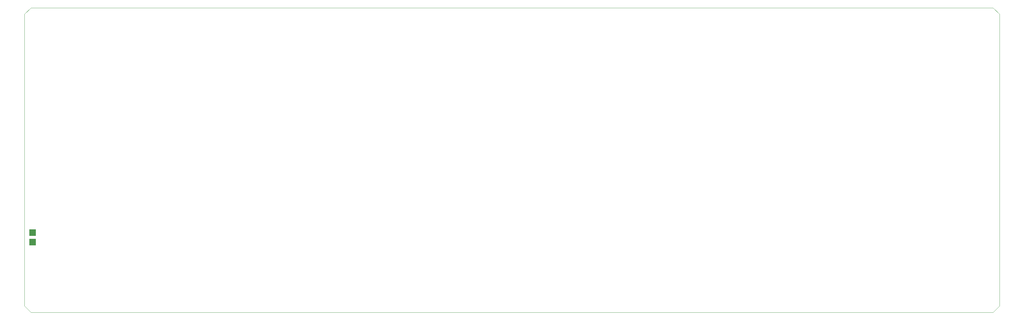
<source format=gbr>
%TF.GenerationSoftware,KiCad,Pcbnew,(5.1.4)-1*%
%TF.CreationDate,2020-07-12T16:14:56+02:00*%
%TF.ProjectId,zedekiel,7a656465-6b69-4656-9c2e-6b696361645f,rev?*%
%TF.SameCoordinates,Original*%
%TF.FileFunction,Paste,Top*%
%TF.FilePolarity,Positive*%
%FSLAX46Y46*%
G04 Gerber Fmt 4.6, Leading zero omitted, Abs format (unit mm)*
G04 Created by KiCad (PCBNEW (5.1.4)-1) date 2020-07-12 16:14:56*
%MOMM*%
%LPD*%
G04 APERTURE LIST*
%ADD10C,0.050000*%
%ADD11R,2.000000X2.000000*%
G04 APERTURE END LIST*
D10*
X20400000Y-113400000D02*
X20400000Y-22400000D01*
X22400000Y-115400000D02*
X20400000Y-113400000D01*
X322400000Y-115400000D02*
X22400000Y-115400000D01*
X324400000Y-113400000D02*
X322400000Y-115400000D01*
X324400000Y-22400000D02*
X324400000Y-113400000D01*
X322400000Y-20400000D02*
X324400000Y-22400000D01*
X22400000Y-20400000D02*
X322400000Y-20400000D01*
X20400000Y-22400000D02*
X22400000Y-20400000D01*
D11*
%TO.C,SW1*%
X22900000Y-90500000D03*
X22900000Y-93500000D03*
%TD*%
M02*

</source>
